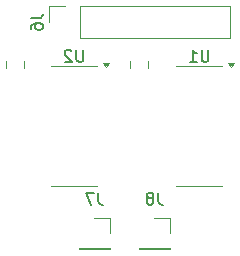
<source format=gbr>
%TF.GenerationSoftware,KiCad,Pcbnew,8.0.3*%
%TF.CreationDate,2024-07-13T20:35:25+02:00*%
%TF.ProjectId,Shift Register Board,53686966-7420-4526-9567-697374657220,rev?*%
%TF.SameCoordinates,Original*%
%TF.FileFunction,Legend,Bot*%
%TF.FilePolarity,Positive*%
%FSLAX46Y46*%
G04 Gerber Fmt 4.6, Leading zero omitted, Abs format (unit mm)*
G04 Created by KiCad (PCBNEW 8.0.3) date 2024-07-13 20:35:25*
%MOMM*%
%LPD*%
G01*
G04 APERTURE LIST*
%ADD10C,0.150000*%
%ADD11C,0.120000*%
G04 APERTURE END LIST*
D10*
X64833333Y-80054819D02*
X64833333Y-80769104D01*
X64833333Y-80769104D02*
X64880952Y-80911961D01*
X64880952Y-80911961D02*
X64976190Y-81007200D01*
X64976190Y-81007200D02*
X65119047Y-81054819D01*
X65119047Y-81054819D02*
X65214285Y-81054819D01*
X64214285Y-80483390D02*
X64309523Y-80435771D01*
X64309523Y-80435771D02*
X64357142Y-80388152D01*
X64357142Y-80388152D02*
X64404761Y-80292914D01*
X64404761Y-80292914D02*
X64404761Y-80245295D01*
X64404761Y-80245295D02*
X64357142Y-80150057D01*
X64357142Y-80150057D02*
X64309523Y-80102438D01*
X64309523Y-80102438D02*
X64214285Y-80054819D01*
X64214285Y-80054819D02*
X64023809Y-80054819D01*
X64023809Y-80054819D02*
X63928571Y-80102438D01*
X63928571Y-80102438D02*
X63880952Y-80150057D01*
X63880952Y-80150057D02*
X63833333Y-80245295D01*
X63833333Y-80245295D02*
X63833333Y-80292914D01*
X63833333Y-80292914D02*
X63880952Y-80388152D01*
X63880952Y-80388152D02*
X63928571Y-80435771D01*
X63928571Y-80435771D02*
X64023809Y-80483390D01*
X64023809Y-80483390D02*
X64214285Y-80483390D01*
X64214285Y-80483390D02*
X64309523Y-80531009D01*
X64309523Y-80531009D02*
X64357142Y-80578628D01*
X64357142Y-80578628D02*
X64404761Y-80673866D01*
X64404761Y-80673866D02*
X64404761Y-80864342D01*
X64404761Y-80864342D02*
X64357142Y-80959580D01*
X64357142Y-80959580D02*
X64309523Y-81007200D01*
X64309523Y-81007200D02*
X64214285Y-81054819D01*
X64214285Y-81054819D02*
X64023809Y-81054819D01*
X64023809Y-81054819D02*
X63928571Y-81007200D01*
X63928571Y-81007200D02*
X63880952Y-80959580D01*
X63880952Y-80959580D02*
X63833333Y-80864342D01*
X63833333Y-80864342D02*
X63833333Y-80673866D01*
X63833333Y-80673866D02*
X63880952Y-80578628D01*
X63880952Y-80578628D02*
X63928571Y-80531009D01*
X63928571Y-80531009D02*
X64023809Y-80483390D01*
X58461904Y-67954819D02*
X58461904Y-68764342D01*
X58461904Y-68764342D02*
X58414285Y-68859580D01*
X58414285Y-68859580D02*
X58366666Y-68907200D01*
X58366666Y-68907200D02*
X58271428Y-68954819D01*
X58271428Y-68954819D02*
X58080952Y-68954819D01*
X58080952Y-68954819D02*
X57985714Y-68907200D01*
X57985714Y-68907200D02*
X57938095Y-68859580D01*
X57938095Y-68859580D02*
X57890476Y-68764342D01*
X57890476Y-68764342D02*
X57890476Y-67954819D01*
X57461904Y-68050057D02*
X57414285Y-68002438D01*
X57414285Y-68002438D02*
X57319047Y-67954819D01*
X57319047Y-67954819D02*
X57080952Y-67954819D01*
X57080952Y-67954819D02*
X56985714Y-68002438D01*
X56985714Y-68002438D02*
X56938095Y-68050057D01*
X56938095Y-68050057D02*
X56890476Y-68145295D01*
X56890476Y-68145295D02*
X56890476Y-68240533D01*
X56890476Y-68240533D02*
X56938095Y-68383390D01*
X56938095Y-68383390D02*
X57509523Y-68954819D01*
X57509523Y-68954819D02*
X56890476Y-68954819D01*
X59733333Y-80054819D02*
X59733333Y-80769104D01*
X59733333Y-80769104D02*
X59780952Y-80911961D01*
X59780952Y-80911961D02*
X59876190Y-81007200D01*
X59876190Y-81007200D02*
X60019047Y-81054819D01*
X60019047Y-81054819D02*
X60114285Y-81054819D01*
X59352380Y-80054819D02*
X58685714Y-80054819D01*
X58685714Y-80054819D02*
X59114285Y-81054819D01*
X54024819Y-65266666D02*
X54739104Y-65266666D01*
X54739104Y-65266666D02*
X54881961Y-65219047D01*
X54881961Y-65219047D02*
X54977200Y-65123809D01*
X54977200Y-65123809D02*
X55024819Y-64980952D01*
X55024819Y-64980952D02*
X55024819Y-64885714D01*
X54024819Y-66171428D02*
X54024819Y-65980952D01*
X54024819Y-65980952D02*
X54072438Y-65885714D01*
X54072438Y-65885714D02*
X54120057Y-65838095D01*
X54120057Y-65838095D02*
X54262914Y-65742857D01*
X54262914Y-65742857D02*
X54453390Y-65695238D01*
X54453390Y-65695238D02*
X54834342Y-65695238D01*
X54834342Y-65695238D02*
X54929580Y-65742857D01*
X54929580Y-65742857D02*
X54977200Y-65790476D01*
X54977200Y-65790476D02*
X55024819Y-65885714D01*
X55024819Y-65885714D02*
X55024819Y-66076190D01*
X55024819Y-66076190D02*
X54977200Y-66171428D01*
X54977200Y-66171428D02*
X54929580Y-66219047D01*
X54929580Y-66219047D02*
X54834342Y-66266666D01*
X54834342Y-66266666D02*
X54596247Y-66266666D01*
X54596247Y-66266666D02*
X54501009Y-66219047D01*
X54501009Y-66219047D02*
X54453390Y-66171428D01*
X54453390Y-66171428D02*
X54405771Y-66076190D01*
X54405771Y-66076190D02*
X54405771Y-65885714D01*
X54405771Y-65885714D02*
X54453390Y-65790476D01*
X54453390Y-65790476D02*
X54501009Y-65742857D01*
X54501009Y-65742857D02*
X54596247Y-65695238D01*
X69061904Y-67954819D02*
X69061904Y-68764342D01*
X69061904Y-68764342D02*
X69014285Y-68859580D01*
X69014285Y-68859580D02*
X68966666Y-68907200D01*
X68966666Y-68907200D02*
X68871428Y-68954819D01*
X68871428Y-68954819D02*
X68680952Y-68954819D01*
X68680952Y-68954819D02*
X68585714Y-68907200D01*
X68585714Y-68907200D02*
X68538095Y-68859580D01*
X68538095Y-68859580D02*
X68490476Y-68764342D01*
X68490476Y-68764342D02*
X68490476Y-67954819D01*
X67490476Y-68954819D02*
X68061904Y-68954819D01*
X67776190Y-68954819D02*
X67776190Y-67954819D01*
X67776190Y-67954819D02*
X67871428Y-68097676D01*
X67871428Y-68097676D02*
X67966666Y-68192914D01*
X67966666Y-68192914D02*
X68061904Y-68240533D01*
D11*
%TO.C,J8*%
X63170000Y-84770000D02*
X65830000Y-84770000D01*
X63170000Y-84830000D02*
X63170000Y-84770000D01*
X63170000Y-84830000D02*
X65830000Y-84830000D01*
X64500000Y-82170000D02*
X65830000Y-82170000D01*
X65830000Y-82170000D02*
X65830000Y-83500000D01*
X65830000Y-84830000D02*
X65830000Y-84770000D01*
%TO.C,C1*%
X51965000Y-68938747D02*
X51965000Y-69461253D01*
X53435000Y-68938747D02*
X53435000Y-69461253D01*
%TO.C,U2*%
X55750000Y-69340000D02*
X57700000Y-69340000D01*
X55750000Y-79460000D02*
X57700000Y-79460000D01*
X59650000Y-69340000D02*
X57700000Y-69340000D01*
X59650000Y-79460000D02*
X57700000Y-79460000D01*
X60400000Y-69395000D02*
X60160000Y-69065000D01*
X60640000Y-69065000D01*
X60400000Y-69395000D01*
G36*
X60400000Y-69395000D02*
G01*
X60160000Y-69065000D01*
X60640000Y-69065000D01*
X60400000Y-69395000D01*
G37*
%TO.C,J7*%
X58070000Y-84770001D02*
X60730000Y-84770001D01*
X58070000Y-84830000D02*
X58070000Y-84770001D01*
X58070000Y-84830000D02*
X60730000Y-84830000D01*
X59400000Y-82170000D02*
X60730000Y-82170000D01*
X60730000Y-82170000D02*
X60730000Y-83500000D01*
X60730000Y-84830000D02*
X60730000Y-84770001D01*
%TO.C,C2*%
X62465000Y-68938747D02*
X62465000Y-69461253D01*
X63935000Y-68938747D02*
X63935000Y-69461253D01*
%TO.C,J6*%
X55570000Y-64270000D02*
X56900000Y-64270000D01*
X55570000Y-65600000D02*
X55570000Y-64270000D01*
X58170001Y-66930000D02*
X58170001Y-64270000D01*
X70930000Y-64270000D02*
X58170001Y-64270000D01*
X70930000Y-66930000D02*
X58170001Y-66930000D01*
X70930000Y-66930000D02*
X70930000Y-64270000D01*
%TO.C,U1*%
X66350000Y-69340000D02*
X68300000Y-69340000D01*
X66350000Y-79460000D02*
X68300000Y-79460000D01*
X70250000Y-69340000D02*
X68300000Y-69340000D01*
X70250000Y-79460000D02*
X68300000Y-79460000D01*
X71000000Y-69395000D02*
X70760000Y-69065000D01*
X71240000Y-69065000D01*
X71000000Y-69395000D01*
G36*
X71000000Y-69395000D02*
G01*
X70760000Y-69065000D01*
X71240000Y-69065000D01*
X71000000Y-69395000D01*
G37*
%TD*%
M02*

</source>
